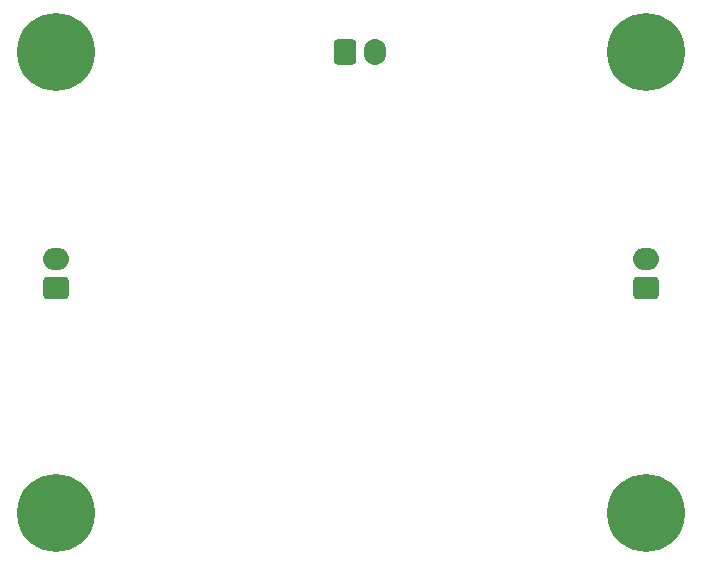
<source format=gbr>
%TF.GenerationSoftware,KiCad,Pcbnew,(6.0.9)*%
%TF.CreationDate,2024-02-29T16:15:24+01:00*%
%TF.ProjectId,TP1,5450312e-6b69-4636-9164-5f7063625858,rev?*%
%TF.SameCoordinates,Original*%
%TF.FileFunction,Soldermask,Bot*%
%TF.FilePolarity,Negative*%
%FSLAX46Y46*%
G04 Gerber Fmt 4.6, Leading zero omitted, Abs format (unit mm)*
G04 Created by KiCad (PCBNEW (6.0.9)) date 2024-02-29 16:15:24*
%MOMM*%
%LPD*%
G01*
G04 APERTURE LIST*
G04 Aperture macros list*
%AMRoundRect*
0 Rectangle with rounded corners*
0 $1 Rounding radius*
0 $2 $3 $4 $5 $6 $7 $8 $9 X,Y pos of 4 corners*
0 Add a 4 corners polygon primitive as box body*
4,1,4,$2,$3,$4,$5,$6,$7,$8,$9,$2,$3,0*
0 Add four circle primitives for the rounded corners*
1,1,$1+$1,$2,$3*
1,1,$1+$1,$4,$5*
1,1,$1+$1,$6,$7*
1,1,$1+$1,$8,$9*
0 Add four rect primitives between the rounded corners*
20,1,$1+$1,$2,$3,$4,$5,0*
20,1,$1+$1,$4,$5,$6,$7,0*
20,1,$1+$1,$6,$7,$8,$9,0*
20,1,$1+$1,$8,$9,$2,$3,0*%
G04 Aperture macros list end*
%ADD10RoundRect,0.350000X0.750000X-0.600000X0.750000X0.600000X-0.750000X0.600000X-0.750000X-0.600000X0*%
%ADD11O,2.200000X1.900000*%
%ADD12RoundRect,0.350000X-0.600000X-0.750000X0.600000X-0.750000X0.600000X0.750000X-0.600000X0.750000X0*%
%ADD13O,1.900000X2.200000*%
%ADD14C,6.600000*%
G04 APERTURE END LIST*
D10*
%TO.C,J2*%
X64000000Y-64000000D03*
D11*
X64000000Y-61500000D03*
%TD*%
D12*
%TO.C,J3*%
X88500000Y-44000000D03*
D13*
X91000000Y-44000000D03*
%TD*%
D14*
%TO.C,H2*%
X64000000Y-44000000D03*
%TD*%
D10*
%TO.C,J4*%
X114000000Y-64000000D03*
D11*
X114000000Y-61500000D03*
%TD*%
D14*
%TO.C,H3*%
X64000000Y-83000000D03*
%TD*%
%TO.C,H4*%
X114000000Y-44000000D03*
%TD*%
%TO.C,H1*%
X114000000Y-83000000D03*
%TD*%
M02*

</source>
